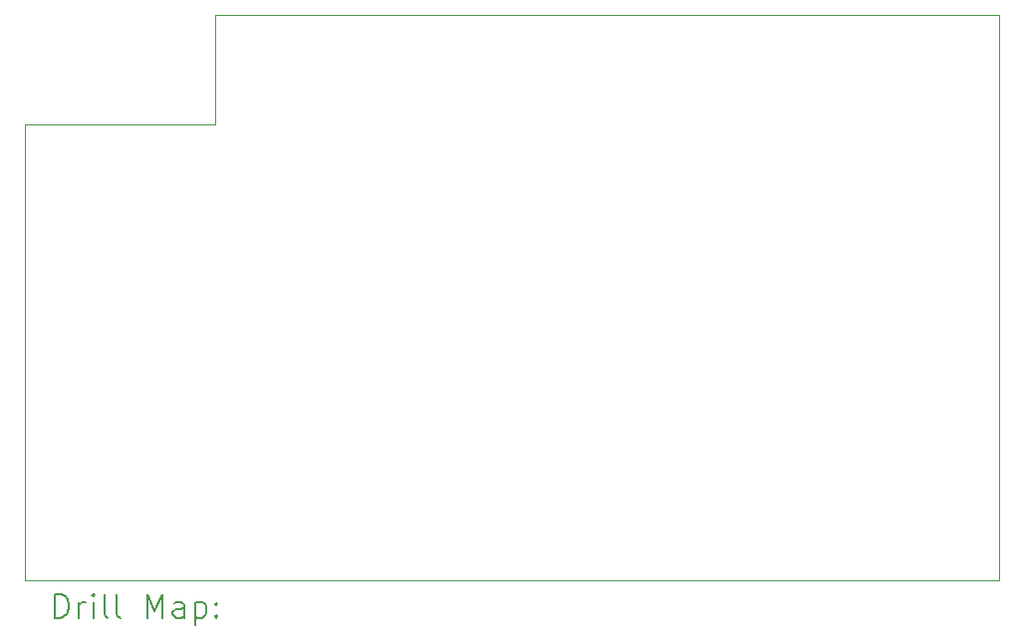
<source format=gbr>
%TF.GenerationSoftware,KiCad,Pcbnew,8.0.0-rc1*%
%TF.CreationDate,2025-03-14T12:06:20+03:00*%
%TF.ProjectId,Movita_IO_Expansion_Board_V2.0,4d6f7669-7461-45f4-994f-5f457870616e,REV1*%
%TF.SameCoordinates,Original*%
%TF.FileFunction,Drillmap*%
%TF.FilePolarity,Positive*%
%FSLAX45Y45*%
G04 Gerber Fmt 4.5, Leading zero omitted, Abs format (unit mm)*
G04 Created by KiCad (PCBNEW 8.0.0-rc1) date 2025-03-14 12:06:20*
%MOMM*%
%LPD*%
G01*
G04 APERTURE LIST*
%ADD10C,0.050000*%
%ADD11C,0.200000*%
G04 APERTURE END LIST*
D10*
X15547010Y-9802830D02*
X7261007Y-9802830D01*
X7261007Y-5921000D01*
X8880010Y-5921000D01*
X8880010Y-5094839D01*
X8880000Y-4992830D01*
X15547010Y-4992830D01*
X15547010Y-9802830D01*
D11*
X7519284Y-10116814D02*
X7519284Y-9916814D01*
X7519284Y-9916814D02*
X7566903Y-9916814D01*
X7566903Y-9916814D02*
X7595474Y-9926337D01*
X7595474Y-9926337D02*
X7614522Y-9945385D01*
X7614522Y-9945385D02*
X7624046Y-9964433D01*
X7624046Y-9964433D02*
X7633569Y-10002528D01*
X7633569Y-10002528D02*
X7633569Y-10031099D01*
X7633569Y-10031099D02*
X7624046Y-10069194D01*
X7624046Y-10069194D02*
X7614522Y-10088242D01*
X7614522Y-10088242D02*
X7595474Y-10107290D01*
X7595474Y-10107290D02*
X7566903Y-10116814D01*
X7566903Y-10116814D02*
X7519284Y-10116814D01*
X7719284Y-10116814D02*
X7719284Y-9983480D01*
X7719284Y-10021575D02*
X7728808Y-10002528D01*
X7728808Y-10002528D02*
X7738331Y-9993004D01*
X7738331Y-9993004D02*
X7757379Y-9983480D01*
X7757379Y-9983480D02*
X7776427Y-9983480D01*
X7843093Y-10116814D02*
X7843093Y-9983480D01*
X7843093Y-9916814D02*
X7833569Y-9926337D01*
X7833569Y-9926337D02*
X7843093Y-9935861D01*
X7843093Y-9935861D02*
X7852617Y-9926337D01*
X7852617Y-9926337D02*
X7843093Y-9916814D01*
X7843093Y-9916814D02*
X7843093Y-9935861D01*
X7966903Y-10116814D02*
X7947855Y-10107290D01*
X7947855Y-10107290D02*
X7938331Y-10088242D01*
X7938331Y-10088242D02*
X7938331Y-9916814D01*
X8071665Y-10116814D02*
X8052617Y-10107290D01*
X8052617Y-10107290D02*
X8043093Y-10088242D01*
X8043093Y-10088242D02*
X8043093Y-9916814D01*
X8300236Y-10116814D02*
X8300236Y-9916814D01*
X8300236Y-9916814D02*
X8366903Y-10059671D01*
X8366903Y-10059671D02*
X8433570Y-9916814D01*
X8433570Y-9916814D02*
X8433570Y-10116814D01*
X8614522Y-10116814D02*
X8614522Y-10012052D01*
X8614522Y-10012052D02*
X8604998Y-9993004D01*
X8604998Y-9993004D02*
X8585951Y-9983480D01*
X8585951Y-9983480D02*
X8547855Y-9983480D01*
X8547855Y-9983480D02*
X8528808Y-9993004D01*
X8614522Y-10107290D02*
X8595474Y-10116814D01*
X8595474Y-10116814D02*
X8547855Y-10116814D01*
X8547855Y-10116814D02*
X8528808Y-10107290D01*
X8528808Y-10107290D02*
X8519284Y-10088242D01*
X8519284Y-10088242D02*
X8519284Y-10069194D01*
X8519284Y-10069194D02*
X8528808Y-10050147D01*
X8528808Y-10050147D02*
X8547855Y-10040623D01*
X8547855Y-10040623D02*
X8595474Y-10040623D01*
X8595474Y-10040623D02*
X8614522Y-10031099D01*
X8709760Y-9983480D02*
X8709760Y-10183480D01*
X8709760Y-9993004D02*
X8728808Y-9983480D01*
X8728808Y-9983480D02*
X8766903Y-9983480D01*
X8766903Y-9983480D02*
X8785951Y-9993004D01*
X8785951Y-9993004D02*
X8795474Y-10002528D01*
X8795474Y-10002528D02*
X8804998Y-10021575D01*
X8804998Y-10021575D02*
X8804998Y-10078718D01*
X8804998Y-10078718D02*
X8795474Y-10097766D01*
X8795474Y-10097766D02*
X8785951Y-10107290D01*
X8785951Y-10107290D02*
X8766903Y-10116814D01*
X8766903Y-10116814D02*
X8728808Y-10116814D01*
X8728808Y-10116814D02*
X8709760Y-10107290D01*
X8890712Y-10097766D02*
X8900236Y-10107290D01*
X8900236Y-10107290D02*
X8890712Y-10116814D01*
X8890712Y-10116814D02*
X8881189Y-10107290D01*
X8881189Y-10107290D02*
X8890712Y-10097766D01*
X8890712Y-10097766D02*
X8890712Y-10116814D01*
X8890712Y-9993004D02*
X8900236Y-10002528D01*
X8900236Y-10002528D02*
X8890712Y-10012052D01*
X8890712Y-10012052D02*
X8881189Y-10002528D01*
X8881189Y-10002528D02*
X8890712Y-9993004D01*
X8890712Y-9993004D02*
X8890712Y-10012052D01*
M02*

</source>
